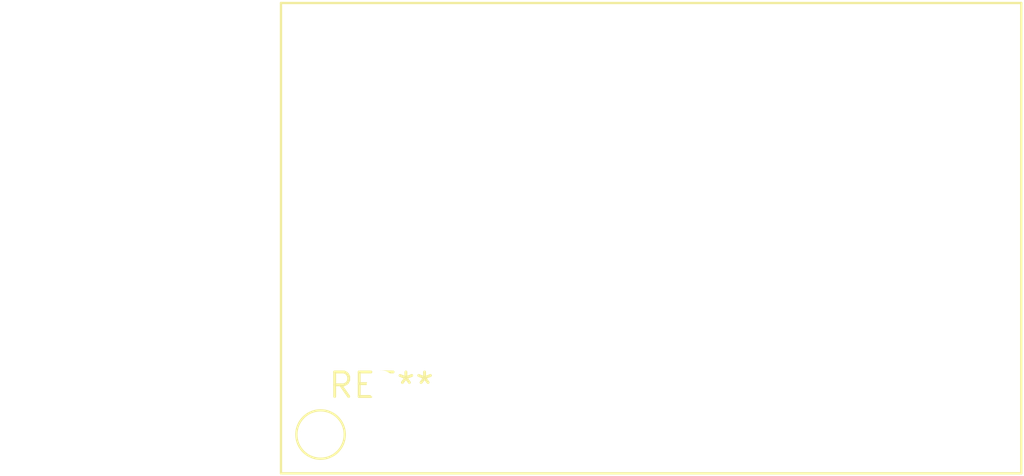
<source format=kicad_pcb>
(kicad_pcb (version 20240108) (generator pcbnew)
  (layers (0 "F.Cu" signal) (31 "B.Cu" signal) (34 "B.Paste" user) (35 "F.Paste" user) (36 "B.SilkS" user "B.Silkscreen") (37 "F.SilkS" user "F.Silkscreen") (38 "B.Mask" user) (39 "F.Mask" user) (44 "Edge.Cuts" user))
  (net 0 "")
  (footprint "Transformer_Microphone_Lundahl_LL1538" (layer "F.Cu") (at 0 0)
    (property "Reference" "REF**")
    (property "Value" "Transformer_Microphone_Lundahl_LL1538")
    (fp_line (start -5.2 -19.8) (end -5.2 4.56) (layer "F.SilkS") (stroke (width 0.12)))
    (fp_line (start -5.2 -19.8) (end 33.14 -19.8) (layer "F.SilkS") (stroke (width 0.12)))
    (fp_line (start 33.14 4.56) (end -5.2 4.56) (layer "F.SilkS") (stroke (width 0.12)))
    (fp_line (start 33.14 4.56) (end 33.14 -19.8) (layer "F.SilkS") (stroke (width 0.12)))
    (fp_circle (center -3.15 2.55) (end -2 3.05) (layer "F.SilkS") (stroke (width 0.12)) (fill none))
    (pad "1" thru_hole rect (at 0 0) (size 2.54 2.54) (drill 1.52) (layers *.Cu *.Mask) (remove_unused_layers))
    (pad "2" thru_hole circle (at 0 -5.08) (size 2.54 2.54) (drill 1.52) (layers *.Cu *.Mask) (remove_unused_layers))
    (pad "3" thru_hole circle (at 0 -10.16) (size 2.54 2.54) (drill 1.52) (layers *.Cu *.Mask) (remove_unused_layers))
    (pad "4" thru_hole circle (at 0 -15.24) (size 2.54 2.54) (drill 1.52) (layers *.Cu *.Mask) (remove_unused_layers))
    (pad "5" thru_hole circle (at 27.94 0) (size 2.54 2.54) (drill 1.52) (layers *.Cu *.Mask) (remove_unused_layers))
    (pad "6" thru_hole circle (at 27.94 -5.08) (size 2.54 2.54) (drill 1.52) (layers *.Cu *.Mask) (remove_unused_layers))
    (pad "8" thru_hole circle (at 27.94 -15.24) (size 2.54 2.54) (drill 1.52) (layers *.Cu *.Mask) (remove_unused_layers))
  )
)
</source>
